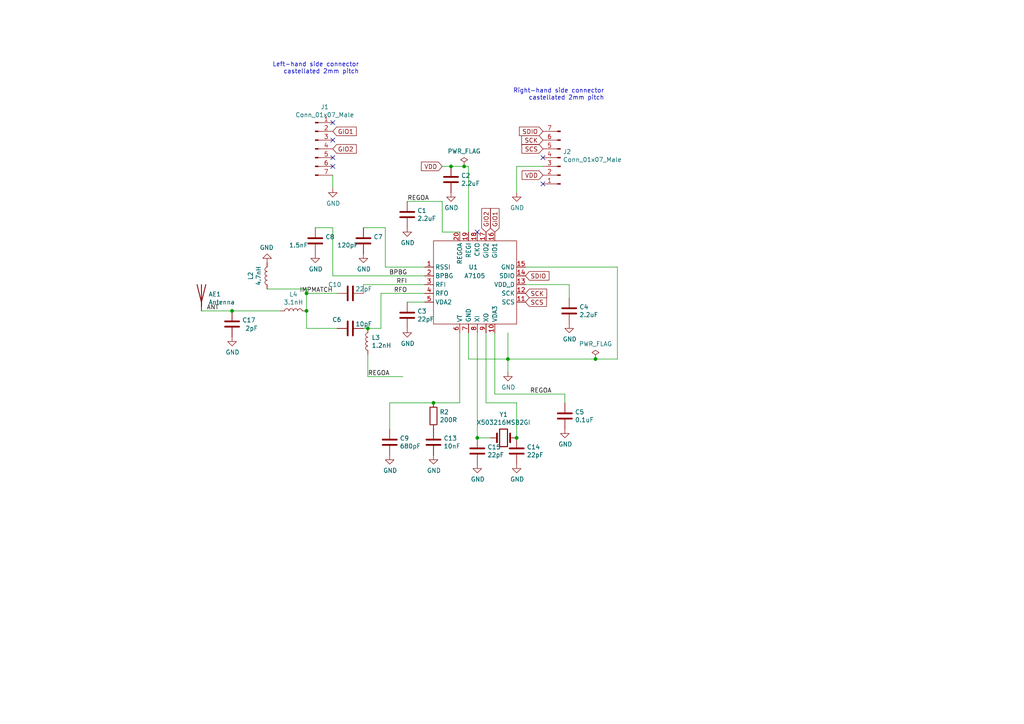
<source format=kicad_sch>
(kicad_sch (version 20200714) (host eeschema "5.99.0-unknown-9f20c61~102~ubuntu18.04.1")
  (page 1 1)
  (paper "A4")
  (title_block (title "A7105-mr module") (date "2020-02-24") (comment 1 "Compatible with a7105-sy"))
  (lib_symbols
    (symbol "Connector:Conn_01x07_Male" (pin_names hide)
      (property "Reference" "J" (at 0 10.16 0))
      (property "Value" "Conn_01x07_Male" (at 0 -10.16 0))
      (symbol "Conn_01x07_Male_1_1"
        (rectangle (start 0.8636 -7.493) (end 0 -7.747) (stroke (width 0.1524)) (fill (type outline)))
        (rectangle (start 0.8636 -4.953) (end 0 -5.207) (stroke (width 0.1524)) (fill (type outline)))
        (rectangle (start 0.8636 -2.413) (end 0 -2.667) (stroke (width 0.1524)) (fill (type outline)))
        (rectangle (start 0.8636 0.127) (end 0 -0.127) (stroke (width 0.1524)) (fill (type outline)))
        (rectangle (start 0.8636 2.667) (end 0 2.413) (stroke (width 0.1524)) (fill (type outline)))
        (rectangle (start 0.8636 5.207) (end 0 4.953) (stroke (width 0.1524)) (fill (type outline)))
        (rectangle (start 0.8636 7.747) (end 0 7.493) (stroke (width 0.1524)) (fill (type outline)))
        (polyline (pts (xy 1.27 -7.62) (xy 0.8636 -7.62)) (stroke (width 0.1524)))
        (polyline (pts (xy 1.27 -5.08) (xy 0.8636 -5.08)) (stroke (width 0.1524)))
        (polyline (pts (xy 1.27 -2.54) (xy 0.8636 -2.54)) (stroke (width 0.1524)))
        (polyline (pts (xy 1.27 0) (xy 0.8636 0)) (stroke (width 0.1524)))
        (polyline (pts (xy 1.27 2.54) (xy 0.8636 2.54)) (stroke (width 0.1524)))
        (polyline (pts (xy 1.27 5.08) (xy 0.8636 5.08)) (stroke (width 0.1524)))
        (polyline (pts (xy 1.27 7.62) (xy 0.8636 7.62)) (stroke (width 0.1524)))
        (pin passive line (at 5.08 7.62 180) (length 3.81) (name "Pin_1") (number "1"))
        (pin passive line (at 5.08 5.08 180) (length 3.81) (name "Pin_2") (number "2"))
        (pin passive line (at 5.08 2.54 180) (length 3.81) (name "Pin_3") (number "3"))
        (pin passive line (at 5.08 0 180) (length 3.81) (name "Pin_4") (number "4"))
        (pin passive line (at 5.08 -2.54 180) (length 3.81) (name "Pin_5") (number "5"))
        (pin passive line (at 5.08 -5.08 180) (length 3.81) (name "Pin_6") (number "6"))
        (pin passive line (at 5.08 -7.62 180) (length 3.81) (name "Pin_7") (number "7"))
      )
    )
    (symbol "Device:Antenna" (pin_numbers hide) (pin_names hide)
      (property "Reference" "AE" (at -1.905 1.905 0))
      (property "Value" "Antenna" (at -1.905 0 0))
      (symbol "Antenna_0_1"
        (polyline (pts (xy 0 2.54) (xy 0 -3.81)) (stroke (width 0.254)))
        (polyline (pts (xy 1.27 2.54) (xy 0 -2.54) (xy -1.27 2.54)) (stroke (width 0.254)))
      )
      (symbol "Antenna_1_1"
        (pin input line (at 0 -5.08 90) (length 2.54) (name "A") (number "1"))
      )
    )
    (symbol "Device:C" (pin_numbers hide) (pin_names (offset 0.254))
      (property "Reference" "C" (at 0.635 2.54 0))
      (property "Value" "C" (at 0.635 -2.54 0))
      (symbol "C_0_1"
        (polyline (pts (xy -2.032 -0.762) (xy 2.032 -0.762)) (stroke (width 0.508)))
        (polyline (pts (xy -2.032 0.762) (xy 2.032 0.762)) (stroke (width 0.508)))
      )
      (symbol "C_1_1"
        (pin passive line (at 0 3.81 270) (length 2.794) (name "~") (number "1"))
        (pin passive line (at 0 -3.81 90) (length 2.794) (name "~") (number "2"))
      )
    )
    (symbol "Device:Crystal" (pin_numbers hide) (pin_names hide)
      (property "Reference" "Y" (at 0 3.81 0))
      (property "Value" "Crystal" (at 0 -3.81 0))
      (symbol "Crystal_0_1"
        (rectangle (start -1.143 2.54) (end 1.143 -2.54) (stroke (width 0.3048)))
        (polyline (pts (xy -2.54 0) (xy -1.905 0)))
        (polyline (pts (xy -1.905 -1.27) (xy -1.905 1.27)) (stroke (width 0.508)))
        (polyline (pts (xy 1.905 -1.27) (xy 1.905 1.27)) (stroke (width 0.508)))
        (polyline (pts (xy 2.54 0) (xy 1.905 0)))
      )
      (symbol "Crystal_1_1"
        (pin passive line (at -3.81 0 0) (length 1.27) (name "1") (number "1"))
        (pin passive line (at 3.81 0 180) (length 1.27) (name "2") (number "2"))
      )
    )
    (symbol "Device:L" (pin_numbers hide) (pin_names hide)
      (property "Reference" "L" (at -1.27 0 90))
      (property "Value" "L" (at 1.905 0 90))
      (symbol "L_0_1"
        (arc (start 0 -2.54) (end 0 -1.27) (radius (at 0 -1.905) (length 0.635) (angles -89.9 89.9)))
        (arc (start 0 -1.27) (end 0 0) (radius (at 0 -0.635) (length 0.635) (angles -89.9 89.9)))
        (arc (start 0 0) (end 0 1.27) (radius (at 0 0.635) (length 0.635) (angles -89.9 89.9)))
        (arc (start 0 1.27) (end 0 2.54) (radius (at 0 1.905) (length 0.635) (angles -89.9 89.9)))
      )
      (symbol "L_1_1"
        (pin passive line (at 0 3.81 270) (length 1.27) (name "1") (number "1"))
        (pin passive line (at 0 -3.81 90) (length 1.27) (name "2") (number "2"))
      )
    )
    (symbol "Device:R" (pin_numbers hide) (pin_names (offset 0))
      (property "Reference" "R" (at 2.032 0 90))
      (property "Value" "R" (at 0 0 90))
      (symbol "R_0_1"
        (rectangle (start -1.016 -2.54) (end 1.016 2.54) (stroke (width 0.254)))
      )
      (symbol "R_1_1"
        (pin passive line (at 0 3.81 270) (length 1.27) (name "~") (number "1"))
        (pin passive line (at 0 -3.81 90) (length 1.27) (name "~") (number "2"))
      )
    )
    (symbol "a7105:A7105"
      (property "Reference" "U" (at 0 0 0))
      (property "Value" "A7105" (at 0 3.81 0))
      (symbol "A7105_0_1"
        (rectangle (start -12.7 12.7) (end 11.43 -11.43))
      )
      (symbol "A7105_1_1"
        (pin passive line (at -15.24 5.08 0) (length 2.54) (name "RSSI") (number "1"))
        (pin passive line (at 5.08 -13.97 90) (length 2.54) (name "VDA3") (number "10"))
        (pin input line (at 13.97 -5.08 180) (length 2.54) (name "SCS") (number "11"))
        (pin input line (at 13.97 -2.54 180) (length 2.54) (name "SCK") (number "12"))
        (pin passive line (at 13.97 0 180) (length 2.54) (name "VDD_D") (number "13"))
        (pin bidirectional line (at 13.97 2.54 180) (length 2.54) (name "SDIO") (number "14"))
        (pin power_in line (at 13.97 5.08 180) (length 2.54) (name "GND") (number "15"))
        (pin bidirectional line (at 5.08 15.24 270) (length 2.54) (name "GIO1") (number "16"))
        (pin bidirectional line (at 2.54 15.24 270) (length 2.54) (name "GIO2") (number "17"))
        (pin output line (at 0 15.24 270) (length 2.54) (name "CKO") (number "18"))
        (pin power_in line (at -2.54 15.24 270) (length 2.54) (name "REGI") (number "19"))
        (pin passive line (at -15.24 2.54 0) (length 2.54) (name "BPBG") (number "2"))
        (pin passive line (at -5.08 15.24 270) (length 2.54) (name "REGOA") (number "20"))
        (pin power_in line (at 8.89 -13.97 90) (length 2.54) hide (name "GND") (number "21"))
        (pin passive line (at -15.24 0 0) (length 2.54) (name "RFI") (number "3"))
        (pin passive line (at -15.24 -2.54 0) (length 2.54) (name "RFO") (number "4"))
        (pin passive line (at -15.24 -5.08 0) (length 2.54) (name "VDA2") (number "5"))
        (pin passive line (at -5.08 -13.97 90) (length 2.54) (name "VT") (number "6"))
        (pin power_in line (at -2.54 -13.97 90) (length 2.54) (name "GND") (number "7"))
        (pin passive line (at 0 -13.97 90) (length 2.54) (name "XI") (number "8"))
        (pin passive line (at 2.54 -13.97 90) (length 2.54) (name "XO") (number "9"))
      )
    )
    (symbol "power:GND" (power) (pin_names (offset 0))
      (property "Value" "GND" (at 0 -3.81 0))
      (symbol "GND_0_1"
        (polyline (pts (xy 0 0) (xy 0 -1.27) (xy 1.27 -1.27) (xy 0 -2.54) (xy -1.27 -1.27) (xy 0 -1.27)))
      )
      (symbol "GND_1_1"
        (pin power_in line (at 0 0 270) (length 0) hide (name "GND") (number "1"))
      )
    )
    (symbol "power:PWR_FLAG" (power) (pin_numbers hide) (pin_names (offset 0) hide)
      (property "Value" "PWR_FLAG" (at 0 3.81 0))
      (symbol "PWR_FLAG_0_1"
        (polyline (pts (xy 0 0) (xy 0 1.27) (xy -1.016 1.905) (xy 0 2.54) (xy 1.016 1.905) (xy 0 1.27)))
      )
      (symbol "PWR_FLAG_0_0"
        (pin power_out line (at 0 0 90) (length 0) (name "pwr") (number "1"))
      )
    )
  )
  (junction (at 67.31 90.17))
  (junction (at 88.9 85.09))
  (junction (at 88.9 90.17))
  (junction (at 106.68 95.25))
  (junction (at 125.73 116.84))
  (junction (at 130.81 48.26))
  (junction (at 134.62 48.26))
  (junction (at 138.43 127))
  (junction (at 147.32 104.14))
  (junction (at 149.86 127))
  (junction (at 172.72 104.14))
  (no_connect (at 157.48 45.72))
  (no_connect (at 96.52 40.64))
  (no_connect (at 157.48 53.34))
  (no_connect (at 138.43 67.31))
  (no_connect (at 96.52 35.56))
  (no_connect (at 96.52 48.26))
  (no_connect (at 96.52 45.72))
  (wire (pts (xy 58.42 90.17) (xy 67.31 90.17)))
  (wire (pts (xy 67.31 90.17) (xy 81.28 90.17)))
  (wire (pts (xy 77.47 83.82) (xy 88.9 83.82)))
  (wire (pts (xy 88.9 83.82) (xy 88.9 85.09)))
  (wire (pts (xy 88.9 85.09) (xy 88.9 90.17)))
  (wire (pts (xy 88.9 90.17) (xy 88.9 95.25)))
  (wire (pts (xy 88.9 95.25) (xy 97.79 95.25)))
  (wire (pts (xy 96.52 50.8) (xy 96.52 54.61)))
  (wire (pts (xy 96.52 66.04) (xy 91.44 66.04)))
  (wire (pts (xy 96.52 80.01) (xy 96.52 66.04)))
  (wire (pts (xy 97.79 85.09) (xy 88.9 85.09)))
  (wire (pts (xy 105.41 82.55) (xy 105.41 85.09)))
  (wire (pts (xy 105.41 95.25) (xy 106.68 95.25)))
  (wire (pts (xy 106.68 95.25) (xy 110.49 95.25)))
  (wire (pts (xy 106.68 102.87) (xy 106.68 109.22)))
  (wire (pts (xy 106.68 109.22) (xy 116.84 109.22)))
  (wire (pts (xy 110.49 85.09) (xy 123.19 85.09)))
  (wire (pts (xy 110.49 95.25) (xy 110.49 85.09)))
  (wire (pts (xy 111.76 66.04) (xy 105.41 66.04)))
  (wire (pts (xy 111.76 77.47) (xy 111.76 66.04)))
  (wire (pts (xy 113.03 116.84) (xy 113.03 124.46)))
  (wire (pts (xy 118.11 87.63) (xy 123.19 87.63)))
  (wire (pts (xy 123.19 77.47) (xy 111.76 77.47)))
  (wire (pts (xy 123.19 80.01) (xy 96.52 80.01)))
  (wire (pts (xy 123.19 82.55) (xy 105.41 82.55)))
  (wire (pts (xy 125.73 116.84) (xy 113.03 116.84)))
  (wire (pts (xy 128.27 58.42) (xy 118.11 58.42)))
  (wire (pts (xy 128.27 67.31) (xy 128.27 58.42)))
  (wire (pts (xy 130.81 48.26) (xy 128.27 48.26)))
  (wire (pts (xy 133.35 67.31) (xy 128.27 67.31)))
  (wire (pts (xy 133.35 96.52) (xy 133.35 116.84)))
  (wire (pts (xy 133.35 116.84) (xy 125.73 116.84)))
  (wire (pts (xy 134.62 48.26) (xy 130.81 48.26)))
  (wire (pts (xy 135.89 48.26) (xy 134.62 48.26)))
  (wire (pts (xy 135.89 67.31) (xy 135.89 48.26)))
  (wire (pts (xy 135.89 96.52) (xy 135.89 104.14)))
  (wire (pts (xy 135.89 104.14) (xy 147.32 104.14)))
  (wire (pts (xy 138.43 96.52) (xy 138.43 127)))
  (wire (pts (xy 138.43 127) (xy 142.24 127)))
  (wire (pts (xy 140.97 96.52) (xy 140.97 116.84)))
  (wire (pts (xy 140.97 116.84) (xy 149.86 116.84)))
  (wire (pts (xy 143.51 96.52) (xy 143.51 114.3)))
  (wire (pts (xy 143.51 114.3) (xy 163.83 114.3)))
  (wire (pts (xy 147.32 96.52) (xy 147.32 104.14)))
  (wire (pts (xy 147.32 104.14) (xy 147.32 107.95)))
  (wire (pts (xy 147.32 104.14) (xy 172.72 104.14)))
  (wire (pts (xy 149.86 48.26) (xy 149.86 55.88)))
  (wire (pts (xy 149.86 116.84) (xy 149.86 127)))
  (wire (pts (xy 152.4 77.47) (xy 179.07 77.47)))
  (wire (pts (xy 152.4 82.55) (xy 165.1 82.55)))
  (wire (pts (xy 157.48 48.26) (xy 149.86 48.26)))
  (wire (pts (xy 163.83 114.3) (xy 163.83 116.84)))
  (wire (pts (xy 165.1 82.55) (xy 165.1 86.36)))
  (wire (pts (xy 172.72 104.14) (xy 179.07 104.14)))
  (wire (pts (xy 179.07 77.47) (xy 179.07 104.14)))
  (text "Left-hand side connector\ncastellated 2mm pitch" (at 104.14 21.59 180) (effects (font (size 1.27 1.27)) (justify right bottom)))
  (text "Right-hand side connector\ncastellated 2mm pitch" (at 175.26 29.21 180) (effects (font (size 1.27 1.27)) (justify right bottom)))
  (label "ANT" (at 63.5 90.17 180))
  (label "IMPMATCH" (at 96.52 85.09 180))
  (label "REGOA" (at 113.03 109.22 180))
  (label "BPBG" (at 118.11 80.01 180))
  (label "RFI" (at 118.11 82.55 180))
  (label "RFO" (at 118.11 85.09 180))
  (label "REGOA" (at 124.46 58.42 180))
  (label "REGOA" (at 160.02 114.3 180))
  (global_label "GIO1" (shape input) (at 96.52 38.1 0))
  (global_label "GIO2" (shape input) (at 96.52 43.18 0))
  (global_label "VDD" (shape input) (at 128.27 48.26 180))
  (global_label "GIO2" (shape input) (at 140.97 67.31 90))
  (global_label "GIO1" (shape input) (at 143.51 67.31 90))
  (global_label "SDIO" (shape input) (at 152.4 80.01 0))
  (global_label "SCK" (shape input) (at 152.4 85.09 0))
  (global_label "SCS" (shape input) (at 152.4 87.63 0))
  (global_label "SDIO" (shape input) (at 157.48 38.1 180))
  (global_label "SCK" (shape input) (at 157.48 40.64 180))
  (global_label "SCS" (shape input) (at 157.48 43.18 180))
  (global_label "VDD" (shape input) (at 157.48 50.8 180))
  (symbol (lib_id "power:PWR_FLAG") (at 134.62 48.26 0) (unit 1)
    (property "Reference" "#FLG0102" (effects hide))
    (property "Value" "PWR_FLAG" (at 134.62 43.8658 0))
  )
  (symbol (lib_id "power:PWR_FLAG") (at 172.72 104.14 0) (unit 1)
    (property "Reference" "#FLG0101" (effects hide))
    (property "Value" "PWR_FLAG" (at 172.72 99.7458 0))
  )
  (symbol (lib_id "Device:L") (at 77.47 80.01 180) (unit 1)
    (property "Reference" "L2" (at 72.6694 80.01 90))
    (property "Value" "4.7nH" (at 74.9808 80.01 90))
    (property "Footprint" "Inductor_SMD:L_0402_1005Metric" (effects hide))
    (property "LCSC" "C13595" (effects hide))
  )
  (symbol (lib_id "Device:L") (at 85.09 90.17 90) (unit 1)
    (property "Reference" "L4" (at 85.09 85.3694 90))
    (property "Value" "3.1nH" (at 85.09 87.6808 90))
    (property "Footprint" "a7105-mr:mw_inductor_3nh" (effects hide))
  )
  (symbol (lib_id "Device:L") (at 106.68 99.06 180) (unit 1)
    (property "Reference" "L3" (at 107.7722 97.917 0) (effects (justify right)))
    (property "Value" "1.2nH" (at 107.7722 100.203 0) (effects (justify right)))
    (property "Footprint" "a7105-mr:mw_inductor_1nh" (effects hide))
  )
  (symbol (lib_id "power:GND") (at 67.31 97.79 0) (unit 1)
    (property "Reference" "#PWR0101" (effects hide))
    (property "Value" "GND" (at 67.437 102.1842 0))
  )
  (symbol (lib_id "power:GND") (at 77.47 76.2 180) (unit 1)
    (property "Reference" "#PWR0113" (effects hide))
    (property "Value" "GND" (at 77.343 71.8058 0))
  )
  (symbol (lib_id "power:GND") (at 91.44 73.66 0) (unit 1)
    (property "Reference" "#PWR0104" (effects hide))
    (property "Value" "GND" (at 91.567 78.0542 0))
  )
  (symbol (lib_id "power:GND") (at 96.52 54.61 0) (unit 1)
    (property "Reference" "#PWR0103" (effects hide))
    (property "Value" "GND" (at 96.647 59.0042 0))
  )
  (symbol (lib_id "power:GND") (at 105.41 73.66 0) (unit 1)
    (property "Reference" "#PWR0105" (effects hide))
    (property "Value" "GND" (at 105.537 78.0542 0))
  )
  (symbol (lib_id "power:GND") (at 113.03 132.08 0) (unit 1)
    (property "Reference" "#PWR02" (effects hide))
    (property "Value" "GND" (at 113.157 136.4742 0))
  )
  (symbol (lib_id "power:GND") (at 118.11 66.04 0) (unit 1)
    (property "Reference" "#PWR0102" (effects hide))
    (property "Value" "GND" (at 118.237 70.4342 0))
  )
  (symbol (lib_id "power:GND") (at 118.11 95.25 0) (unit 1)
    (property "Reference" "#PWR03" (effects hide))
    (property "Value" "GND" (at 118.237 99.6442 0))
  )
  (symbol (lib_id "power:GND") (at 125.73 132.08 0) (unit 1)
    (property "Reference" "#PWR04" (effects hide))
    (property "Value" "GND" (at 125.857 136.4742 0))
  )
  (symbol (lib_id "power:GND") (at 130.81 55.88 0) (unit 1)
    (property "Reference" "#PWR0106" (effects hide))
    (property "Value" "GND" (at 130.937 60.2742 0))
  )
  (symbol (lib_id "power:GND") (at 138.43 134.62 0) (unit 1)
    (property "Reference" "#PWR0112" (effects hide))
    (property "Value" "GND" (at 138.557 139.0142 0))
  )
  (symbol (lib_id "power:GND") (at 147.32 107.95 0) (unit 1)
    (property "Reference" "#PWR0108" (effects hide))
    (property "Value" "GND" (at 147.447 112.3442 0))
  )
  (symbol (lib_id "power:GND") (at 149.86 55.88 0) (unit 1)
    (property "Reference" "#PWR0107" (effects hide))
    (property "Value" "GND" (at 149.987 60.2742 0))
  )
  (symbol (lib_id "power:GND") (at 149.86 134.62 0) (unit 1)
    (property "Reference" "#PWR0111" (effects hide))
    (property "Value" "GND" (at 149.987 139.0142 0))
  )
  (symbol (lib_id "power:GND") (at 163.83 124.46 0) (unit 1)
    (property "Reference" "#PWR0110" (effects hide))
    (property "Value" "GND" (at 163.957 128.8542 0))
  )
  (symbol (lib_id "power:GND") (at 165.1 93.98 0) (unit 1)
    (property "Reference" "#PWR0109" (effects hide))
    (property "Value" "GND" (at 165.227 98.3742 0))
  )
  (symbol (lib_id "Device:R") (at 125.73 120.65 0) (unit 1)
    (property "Reference" "R2" (at 127.508 119.507 0) (effects (justify left)))
    (property "Value" "200R" (at 127.508 121.793 0) (effects (justify left)))
    (property "Footprint" "Resistor_SMD:R_0402_1005Metric" (effects hide))
    (property "LCSC" "C25087" (effects hide))
  )
  (symbol (lib_id "Device:Antenna") (at 58.42 85.09 0) (unit 1)
    (property "Reference" "AE1" (at 60.4521 85.3376 0) (effects (justify left)))
    (property "Value" "Antenna" (at 60.4521 87.6363 0) (effects (justify left)))
    (property "Footprint" "a7105-mr:MIFA2" (effects hide))
  )
  (symbol (lib_id "Device:C") (at 67.31 93.98 0) (unit 1)
    (property "Reference" "C17" (at 70.231 92.837 0) (effects (justify left)))
    (property "Value" "2pF" (at 71.12 95.25 0) (effects (justify left)))
    (property "Footprint" "Capacitor_SMD:C_0402_1005Metric" (effects hide))
    (property "LCSC" "C1558" (effects hide))
  )
  (symbol (lib_id "Device:C") (at 91.44 69.85 0) (unit 1)
    (property "Reference" "C8" (at 94.361 68.707 0) (effects (justify left)))
    (property "Value" "1.5nF" (at 83.82 71.12 0) (effects (justify left)))
    (property "Footprint" "Capacitor_SMD:C_0402_1005Metric" (effects hide))
    (property "LCSC" "C23967" (effects hide))
  )
  (symbol (lib_id "Device:C") (at 101.6 85.09 90) (unit 1)
    (property "Reference" "C10" (at 99.06 82.55 90) (effects (justify left)))
    (property "Value" "22pF" (at 107.95 83.82 90) (effects (justify left)))
    (property "Footprint" "Capacitor_SMD:C_0402_1005Metric" (effects hide))
    (property "LCSC" "C1555" (effects hide))
  )
  (symbol (lib_id "Device:C") (at 101.6 95.25 90) (unit 1)
    (property "Reference" "C6" (at 99.06 92.71 90) (effects (justify left)))
    (property "Value" "10pF" (at 107.95 93.98 90) (effects (justify left)))
    (property "Footprint" "Capacitor_SMD:C_0402_1005Metric" (effects hide))
    (property "LCSC" "C32949" (effects hide))
  )
  (symbol (lib_id "Device:C") (at 105.41 69.85 0) (unit 1)
    (property "Reference" "C7" (at 108.331 68.707 0) (effects (justify left)))
    (property "Value" "120pF" (at 97.79 71.12 0) (effects (justify left)))
    (property "Footprint" "Capacitor_SMD:C_0402_1005Metric" (effects hide))
    (property "LCSC" "C76949" (effects hide))
  )
  (symbol (lib_id "Device:C") (at 113.03 128.27 0) (unit 1)
    (property "Reference" "C9" (at 115.951 127.127 0) (effects (justify left)))
    (property "Value" "680pF" (at 115.951 129.413 0) (effects (justify left)))
    (property "Footprint" "Capacitor_SMD:C_0402_1005Metric" (effects hide))
    (property "LCSC" "C307451" (effects hide))
  )
  (symbol (lib_id "Device:C") (at 118.11 62.23 0) (unit 1)
    (property "Reference" "C1" (at 121.031 61.087 0) (effects (justify left)))
    (property "Value" "2.2uF" (at 121.031 63.373 0) (effects (justify left)))
    (property "Footprint" "Capacitor_SMD:C_0402_1005Metric" (effects hide))
    (property "LCSC" "C12530" (effects hide))
  )
  (symbol (lib_id "Device:C") (at 118.11 91.44 0) (unit 1)
    (property "Reference" "C3" (at 121.031 90.297 0) (effects (justify left)))
    (property "Value" "22pF" (at 121.031 92.583 0) (effects (justify left)))
    (property "Footprint" "Capacitor_SMD:C_0402_1005Metric" (effects hide))
    (property "LCSC" "C1555" (effects hide))
  )
  (symbol (lib_id "Device:C") (at 125.73 128.27 0) (unit 1)
    (property "Reference" "C13" (at 128.651 127.127 0) (effects (justify left)))
    (property "Value" "10nF" (at 128.651 129.413 0) (effects (justify left)))
    (property "Footprint" "Capacitor_SMD:C_0402_1005Metric" (effects hide))
    (property "LCSC" "C15195" (effects hide))
  )
  (symbol (lib_id "Device:C") (at 130.81 52.07 0) (unit 1)
    (property "Reference" "C2" (at 133.731 50.927 0) (effects (justify left)))
    (property "Value" "2.2uF" (at 133.731 53.213 0) (effects (justify left)))
    (property "Footprint" "Capacitor_SMD:C_0402_1005Metric" (effects hide))
    (property "LCSC" "C12530" (effects hide))
  )
  (symbol (lib_id "Device:C") (at 138.43 130.81 0) (unit 1)
    (property "Reference" "C15" (at 141.351 129.667 0) (effects (justify left)))
    (property "Value" "22pF" (at 141.351 131.953 0) (effects (justify left)))
    (property "Footprint" "Capacitor_SMD:C_0402_1005Metric" (effects hide))
    (property "LCSC" "C1555" (effects hide))
  )
  (symbol (lib_id "Device:C") (at 149.86 130.81 0) (unit 1)
    (property "Reference" "C14" (at 152.781 129.667 0) (effects (justify left)))
    (property "Value" "22pF" (at 152.781 131.953 0) (effects (justify left)))
    (property "Footprint" "Capacitor_SMD:C_0402_1005Metric" (effects hide))
    (property "LCSC" "C1555" (effects hide))
  )
  (symbol (lib_id "Device:C") (at 163.83 120.65 0) (unit 1)
    (property "Reference" "C5" (at 166.751 119.507 0) (effects (justify left)))
    (property "Value" "0.1uF" (at 166.751 121.793 0) (effects (justify left)))
    (property "Footprint" "Capacitor_SMD:C_0402_1005Metric" (effects hide))
    (property "LCSC" "C1525" (effects hide))
  )
  (symbol (lib_id "Device:C") (at 165.1 90.17 0) (unit 1)
    (property "Reference" "C4" (at 168.021 89.027 0) (effects (justify left)))
    (property "Value" "2.2uF" (at 168.021 91.313 0) (effects (justify left)))
    (property "Footprint" "Capacitor_SMD:C_0402_1005Metric" (effects hide))
    (property "LCSC" "C12530" (effects hide))
  )
  (symbol (lib_id "Device:Crystal") (at 146.05 127 0) (unit 1)
    (property "Reference" "Y1" (at 146.05 120.2182 0))
    (property "Value" "X503216MSB2GI" (at 146.05 122.5296 0))
    (property "Footprint" "Crystal:Crystal_SMD_5032-2Pin_5.0x3.2mm" (effects hide))
    (property "LCSC" "C112572" (effects hide))
  )
  (symbol (lib_id "Connector:Conn_01x07_Male") (at 91.44 43.18 0) (unit 1)
    (property "Reference" "J1" (at 94.1832 31.0134 0))
    (property "Value" "Conn_01x07_Male" (at 94.1832 33.3248 0))
    (property "Footprint" "a7105-mr:castellatedpads_7" (effects hide))
  )
  (symbol (lib_id "Connector:Conn_01x07_Male") (at 162.56 45.72 180) (unit 1)
    (property "Reference" "J2" (at 163.2712 44.0182 0) (effects (justify right)))
    (property "Value" "Conn_01x07_Male" (at 163.2712 46.3042 0) (effects (justify right)))
    (property "Footprint" "a7105-mr:castellatedpads_7" (effects hide))
  )
  (symbol (lib_id "a7105:A7105") (at 138.43 82.55 0) (unit 1)
    (property "Reference" "U1" (at 135.89 77.47 0) (effects (justify left)))
    (property "Value" "A7105" (at 134.62 80.01 0) (effects (justify left)))
    (property "Footprint" "a7105-mr:a7105-QFN-20" (effects hide))
    (property "LCSC" "C126376" (effects hide))
  )
)
</source>
